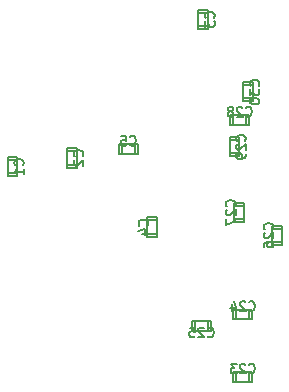
<source format=gbo>
G04 (created by PCBNEW (2013-may-18)-stable) date Wed 21 Oct 2015 08:45:46 PM EDT*
%MOIN*%
G04 Gerber Fmt 3.4, Leading zero omitted, Abs format*
%FSLAX34Y34*%
G01*
G70*
G90*
G04 APERTURE LIST*
%ADD10C,0.00590551*%
%ADD11C,0.005*%
%ADD12C,0.006*%
G04 APERTURE END LIST*
G54D10*
G54D11*
X53048Y-45665D02*
X53368Y-45665D01*
X53358Y-46105D02*
X53048Y-46105D01*
X53368Y-46205D02*
X53368Y-45565D01*
X53368Y-45565D02*
X53048Y-45565D01*
X53048Y-45565D02*
X53048Y-46205D01*
X53048Y-46205D02*
X53368Y-46205D01*
X52005Y-41413D02*
X52325Y-41413D01*
X52315Y-41853D02*
X52005Y-41853D01*
X52325Y-41953D02*
X52325Y-41313D01*
X52325Y-41313D02*
X52005Y-41313D01*
X52005Y-41313D02*
X52005Y-41953D01*
X52005Y-41953D02*
X52325Y-41953D01*
X49445Y-46124D02*
X49445Y-45804D01*
X49885Y-45814D02*
X49885Y-46124D01*
X49985Y-45804D02*
X49345Y-45804D01*
X49345Y-45804D02*
X49345Y-46124D01*
X49345Y-46124D02*
X49985Y-46124D01*
X49985Y-46124D02*
X49985Y-45804D01*
X50612Y-48782D02*
X50292Y-48782D01*
X50302Y-48342D02*
X50612Y-48342D01*
X50292Y-48242D02*
X50292Y-48882D01*
X50292Y-48882D02*
X50612Y-48882D01*
X50612Y-48882D02*
X50612Y-48242D01*
X50612Y-48242D02*
X50292Y-48242D01*
X45647Y-46335D02*
X45967Y-46335D01*
X45957Y-46775D02*
X45647Y-46775D01*
X45967Y-46875D02*
X45967Y-46235D01*
X45967Y-46235D02*
X45647Y-46235D01*
X45647Y-46235D02*
X45647Y-46875D01*
X45647Y-46875D02*
X45967Y-46875D01*
X47635Y-46039D02*
X47955Y-46039D01*
X47945Y-46479D02*
X47635Y-46479D01*
X47955Y-46579D02*
X47955Y-45939D01*
X47955Y-45939D02*
X47635Y-45939D01*
X47635Y-45939D02*
X47635Y-46579D01*
X47635Y-46579D02*
X47955Y-46579D01*
X53501Y-43835D02*
X53821Y-43835D01*
X53811Y-44275D02*
X53501Y-44275D01*
X53821Y-44375D02*
X53821Y-43735D01*
X53821Y-43735D02*
X53501Y-43735D01*
X53501Y-43735D02*
X53501Y-44375D01*
X53501Y-44375D02*
X53821Y-44375D01*
X54785Y-49058D02*
X54465Y-49058D01*
X54475Y-48618D02*
X54785Y-48618D01*
X54465Y-48518D02*
X54465Y-49158D01*
X54465Y-49158D02*
X54785Y-49158D01*
X54785Y-49158D02*
X54785Y-48518D01*
X54785Y-48518D02*
X54465Y-48518D01*
X53526Y-48290D02*
X53206Y-48290D01*
X53216Y-47850D02*
X53526Y-47850D01*
X53206Y-47750D02*
X53206Y-48390D01*
X53206Y-48390D02*
X53526Y-48390D01*
X53526Y-48390D02*
X53526Y-47750D01*
X53526Y-47750D02*
X53206Y-47750D01*
X53165Y-45160D02*
X53165Y-44840D01*
X53605Y-44850D02*
X53605Y-45160D01*
X53705Y-44840D02*
X53065Y-44840D01*
X53065Y-44840D02*
X53065Y-45160D01*
X53065Y-45160D02*
X53705Y-45160D01*
X53705Y-45160D02*
X53705Y-44840D01*
X53264Y-51636D02*
X53264Y-51316D01*
X53704Y-51326D02*
X53704Y-51636D01*
X53804Y-51316D02*
X53164Y-51316D01*
X53164Y-51316D02*
X53164Y-51636D01*
X53164Y-51636D02*
X53804Y-51636D01*
X53804Y-51636D02*
X53804Y-51316D01*
X53264Y-53722D02*
X53264Y-53402D01*
X53704Y-53412D02*
X53704Y-53722D01*
X53804Y-53402D02*
X53164Y-53402D01*
X53164Y-53402D02*
X53164Y-53722D01*
X53164Y-53722D02*
X53804Y-53722D01*
X53804Y-53722D02*
X53804Y-53402D01*
X52326Y-51690D02*
X52326Y-52010D01*
X51886Y-52000D02*
X51886Y-51690D01*
X51786Y-52010D02*
X52426Y-52010D01*
X52426Y-52010D02*
X52426Y-51690D01*
X52426Y-51690D02*
X51786Y-51690D01*
X51786Y-51690D02*
X51786Y-52010D01*
G54D12*
X53557Y-45680D02*
X53572Y-45664D01*
X53588Y-45619D01*
X53588Y-45588D01*
X53572Y-45543D01*
X53542Y-45512D01*
X53511Y-45497D01*
X53451Y-45482D01*
X53405Y-45482D01*
X53344Y-45497D01*
X53313Y-45512D01*
X53283Y-45543D01*
X53268Y-45588D01*
X53268Y-45619D01*
X53283Y-45664D01*
X53298Y-45680D01*
X53298Y-45802D02*
X53283Y-45817D01*
X53268Y-45847D01*
X53268Y-45923D01*
X53283Y-45954D01*
X53298Y-45969D01*
X53329Y-45984D01*
X53359Y-45984D01*
X53405Y-45969D01*
X53588Y-45786D01*
X53588Y-45984D01*
X53588Y-46137D02*
X53588Y-46198D01*
X53572Y-46228D01*
X53557Y-46243D01*
X53511Y-46274D01*
X53451Y-46289D01*
X53329Y-46289D01*
X53298Y-46274D01*
X53283Y-46258D01*
X53268Y-46228D01*
X53268Y-46167D01*
X53283Y-46137D01*
X53298Y-46121D01*
X53329Y-46106D01*
X53405Y-46106D01*
X53435Y-46121D01*
X53451Y-46137D01*
X53466Y-46167D01*
X53466Y-46228D01*
X53451Y-46258D01*
X53435Y-46274D01*
X53405Y-46289D01*
X52514Y-41580D02*
X52529Y-41565D01*
X52544Y-41519D01*
X52544Y-41489D01*
X52529Y-41443D01*
X52499Y-41413D01*
X52468Y-41397D01*
X52407Y-41382D01*
X52362Y-41382D01*
X52301Y-41397D01*
X52270Y-41413D01*
X52240Y-41443D01*
X52224Y-41489D01*
X52224Y-41519D01*
X52240Y-41565D01*
X52255Y-41580D01*
X52224Y-41687D02*
X52224Y-41885D01*
X52346Y-41778D01*
X52346Y-41824D01*
X52362Y-41854D01*
X52377Y-41869D01*
X52407Y-41885D01*
X52483Y-41885D01*
X52514Y-41869D01*
X52529Y-41854D01*
X52544Y-41824D01*
X52544Y-41732D01*
X52529Y-41702D01*
X52514Y-41687D01*
X49718Y-45813D02*
X49733Y-45828D01*
X49779Y-45844D01*
X49810Y-45844D01*
X49855Y-45828D01*
X49886Y-45798D01*
X49901Y-45767D01*
X49916Y-45706D01*
X49916Y-45661D01*
X49901Y-45600D01*
X49886Y-45569D01*
X49855Y-45539D01*
X49810Y-45524D01*
X49779Y-45524D01*
X49733Y-45539D01*
X49718Y-45554D01*
X49429Y-45524D02*
X49581Y-45524D01*
X49596Y-45676D01*
X49581Y-45661D01*
X49551Y-45646D01*
X49474Y-45646D01*
X49444Y-45661D01*
X49429Y-45676D01*
X49414Y-45706D01*
X49414Y-45783D01*
X49429Y-45813D01*
X49444Y-45828D01*
X49474Y-45844D01*
X49551Y-45844D01*
X49581Y-45828D01*
X49596Y-45813D01*
X50301Y-48509D02*
X50316Y-48494D01*
X50332Y-48448D01*
X50332Y-48418D01*
X50316Y-48372D01*
X50286Y-48342D01*
X50256Y-48326D01*
X50195Y-48311D01*
X50149Y-48311D01*
X50088Y-48326D01*
X50058Y-48342D01*
X50027Y-48372D01*
X50012Y-48418D01*
X50012Y-48448D01*
X50027Y-48494D01*
X50042Y-48509D01*
X50118Y-48783D02*
X50332Y-48783D01*
X49997Y-48707D02*
X50225Y-48631D01*
X50225Y-48829D01*
X46156Y-46501D02*
X46171Y-46486D01*
X46186Y-46440D01*
X46186Y-46410D01*
X46171Y-46364D01*
X46140Y-46334D01*
X46110Y-46319D01*
X46049Y-46303D01*
X46003Y-46303D01*
X45942Y-46319D01*
X45912Y-46334D01*
X45881Y-46364D01*
X45866Y-46410D01*
X45866Y-46440D01*
X45881Y-46486D01*
X45897Y-46501D01*
X46186Y-46806D02*
X46186Y-46623D01*
X46186Y-46715D02*
X45866Y-46715D01*
X45912Y-46684D01*
X45942Y-46654D01*
X45958Y-46623D01*
X48144Y-46206D02*
X48159Y-46191D01*
X48174Y-46145D01*
X48174Y-46115D01*
X48159Y-46069D01*
X48129Y-46038D01*
X48098Y-46023D01*
X48037Y-46008D01*
X47991Y-46008D01*
X47931Y-46023D01*
X47900Y-46038D01*
X47870Y-46069D01*
X47854Y-46115D01*
X47854Y-46145D01*
X47870Y-46191D01*
X47885Y-46206D01*
X47885Y-46328D02*
X47870Y-46343D01*
X47854Y-46374D01*
X47854Y-46450D01*
X47870Y-46480D01*
X47885Y-46495D01*
X47915Y-46511D01*
X47946Y-46511D01*
X47991Y-46495D01*
X48174Y-46313D01*
X48174Y-46511D01*
X54010Y-43849D02*
X54025Y-43834D01*
X54040Y-43788D01*
X54040Y-43758D01*
X54025Y-43712D01*
X53995Y-43681D01*
X53964Y-43666D01*
X53903Y-43651D01*
X53858Y-43651D01*
X53797Y-43666D01*
X53766Y-43681D01*
X53736Y-43712D01*
X53721Y-43758D01*
X53721Y-43788D01*
X53736Y-43834D01*
X53751Y-43849D01*
X53721Y-43956D02*
X53721Y-44154D01*
X53842Y-44047D01*
X53842Y-44093D01*
X53858Y-44123D01*
X53873Y-44138D01*
X53903Y-44154D01*
X53979Y-44154D01*
X54010Y-44138D01*
X54025Y-44123D01*
X54040Y-44093D01*
X54040Y-44001D01*
X54025Y-43971D01*
X54010Y-43956D01*
X53721Y-44352D02*
X53721Y-44382D01*
X53736Y-44413D01*
X53751Y-44428D01*
X53781Y-44443D01*
X53842Y-44458D01*
X53919Y-44458D01*
X53979Y-44443D01*
X54010Y-44428D01*
X54025Y-44413D01*
X54040Y-44382D01*
X54040Y-44352D01*
X54025Y-44321D01*
X54010Y-44306D01*
X53979Y-44291D01*
X53919Y-44275D01*
X53842Y-44275D01*
X53781Y-44291D01*
X53751Y-44306D01*
X53736Y-44321D01*
X53721Y-44352D01*
X54474Y-48632D02*
X54490Y-48617D01*
X54505Y-48572D01*
X54505Y-48541D01*
X54490Y-48495D01*
X54459Y-48465D01*
X54429Y-48450D01*
X54368Y-48434D01*
X54322Y-48434D01*
X54261Y-48450D01*
X54231Y-48465D01*
X54200Y-48495D01*
X54185Y-48541D01*
X54185Y-48572D01*
X54200Y-48617D01*
X54216Y-48632D01*
X54216Y-48754D02*
X54200Y-48770D01*
X54185Y-48800D01*
X54185Y-48876D01*
X54200Y-48907D01*
X54216Y-48922D01*
X54246Y-48937D01*
X54276Y-48937D01*
X54322Y-48922D01*
X54505Y-48739D01*
X54505Y-48937D01*
X54185Y-49211D02*
X54185Y-49150D01*
X54200Y-49120D01*
X54216Y-49105D01*
X54261Y-49074D01*
X54322Y-49059D01*
X54444Y-49059D01*
X54474Y-49074D01*
X54490Y-49089D01*
X54505Y-49120D01*
X54505Y-49181D01*
X54490Y-49211D01*
X54474Y-49226D01*
X54444Y-49242D01*
X54368Y-49242D01*
X54337Y-49226D01*
X54322Y-49211D01*
X54307Y-49181D01*
X54307Y-49120D01*
X54322Y-49089D01*
X54337Y-49074D01*
X54368Y-49059D01*
X53215Y-47865D02*
X53230Y-47850D01*
X53245Y-47804D01*
X53245Y-47773D01*
X53230Y-47728D01*
X53199Y-47697D01*
X53169Y-47682D01*
X53108Y-47667D01*
X53062Y-47667D01*
X53001Y-47682D01*
X52971Y-47697D01*
X52940Y-47728D01*
X52925Y-47773D01*
X52925Y-47804D01*
X52940Y-47850D01*
X52956Y-47865D01*
X52956Y-47987D02*
X52940Y-48002D01*
X52925Y-48032D01*
X52925Y-48108D01*
X52940Y-48139D01*
X52956Y-48154D01*
X52986Y-48169D01*
X53017Y-48169D01*
X53062Y-48154D01*
X53245Y-47971D01*
X53245Y-48169D01*
X52925Y-48276D02*
X52925Y-48489D01*
X53245Y-48352D01*
X53591Y-44848D02*
X53606Y-44864D01*
X53652Y-44879D01*
X53682Y-44879D01*
X53728Y-44864D01*
X53758Y-44833D01*
X53774Y-44803D01*
X53789Y-44742D01*
X53789Y-44696D01*
X53774Y-44635D01*
X53758Y-44605D01*
X53728Y-44574D01*
X53682Y-44559D01*
X53652Y-44559D01*
X53606Y-44574D01*
X53591Y-44590D01*
X53469Y-44590D02*
X53454Y-44574D01*
X53423Y-44559D01*
X53347Y-44559D01*
X53317Y-44574D01*
X53302Y-44590D01*
X53286Y-44620D01*
X53286Y-44651D01*
X53302Y-44696D01*
X53484Y-44879D01*
X53286Y-44879D01*
X53104Y-44696D02*
X53134Y-44681D01*
X53149Y-44666D01*
X53164Y-44635D01*
X53164Y-44620D01*
X53149Y-44590D01*
X53134Y-44574D01*
X53104Y-44559D01*
X53043Y-44559D01*
X53012Y-44574D01*
X52997Y-44590D01*
X52982Y-44620D01*
X52982Y-44635D01*
X52997Y-44666D01*
X53012Y-44681D01*
X53043Y-44696D01*
X53104Y-44696D01*
X53134Y-44711D01*
X53149Y-44727D01*
X53164Y-44757D01*
X53164Y-44818D01*
X53149Y-44848D01*
X53134Y-44864D01*
X53104Y-44879D01*
X53043Y-44879D01*
X53012Y-44864D01*
X52997Y-44848D01*
X52982Y-44818D01*
X52982Y-44757D01*
X52997Y-44727D01*
X53012Y-44711D01*
X53043Y-44696D01*
X53689Y-51325D02*
X53705Y-51340D01*
X53750Y-51355D01*
X53781Y-51355D01*
X53826Y-51340D01*
X53857Y-51310D01*
X53872Y-51279D01*
X53887Y-51218D01*
X53887Y-51173D01*
X53872Y-51112D01*
X53857Y-51081D01*
X53826Y-51051D01*
X53781Y-51035D01*
X53750Y-51035D01*
X53705Y-51051D01*
X53689Y-51066D01*
X53568Y-51066D02*
X53552Y-51051D01*
X53522Y-51035D01*
X53446Y-51035D01*
X53415Y-51051D01*
X53400Y-51066D01*
X53385Y-51096D01*
X53385Y-51127D01*
X53400Y-51173D01*
X53583Y-51355D01*
X53385Y-51355D01*
X53111Y-51142D02*
X53111Y-51355D01*
X53187Y-51020D02*
X53263Y-51249D01*
X53065Y-51249D01*
X53689Y-53411D02*
X53705Y-53427D01*
X53750Y-53442D01*
X53781Y-53442D01*
X53826Y-53427D01*
X53857Y-53396D01*
X53872Y-53366D01*
X53887Y-53305D01*
X53887Y-53259D01*
X53872Y-53198D01*
X53857Y-53168D01*
X53826Y-53137D01*
X53781Y-53122D01*
X53750Y-53122D01*
X53705Y-53137D01*
X53689Y-53153D01*
X53568Y-53153D02*
X53552Y-53137D01*
X53522Y-53122D01*
X53446Y-53122D01*
X53415Y-53137D01*
X53400Y-53153D01*
X53385Y-53183D01*
X53385Y-53213D01*
X53400Y-53259D01*
X53583Y-53442D01*
X53385Y-53442D01*
X53278Y-53122D02*
X53080Y-53122D01*
X53187Y-53244D01*
X53141Y-53244D01*
X53111Y-53259D01*
X53095Y-53274D01*
X53080Y-53305D01*
X53080Y-53381D01*
X53095Y-53411D01*
X53111Y-53427D01*
X53141Y-53442D01*
X53232Y-53442D01*
X53263Y-53427D01*
X53278Y-53411D01*
X52311Y-52199D02*
X52327Y-52214D01*
X52372Y-52229D01*
X52403Y-52229D01*
X52448Y-52214D01*
X52479Y-52184D01*
X52494Y-52153D01*
X52509Y-52092D01*
X52509Y-52047D01*
X52494Y-51986D01*
X52479Y-51955D01*
X52448Y-51925D01*
X52403Y-51910D01*
X52372Y-51910D01*
X52327Y-51925D01*
X52311Y-51940D01*
X52190Y-51940D02*
X52174Y-51925D01*
X52144Y-51910D01*
X52068Y-51910D01*
X52037Y-51925D01*
X52022Y-51940D01*
X52007Y-51970D01*
X52007Y-52001D01*
X52022Y-52047D01*
X52205Y-52229D01*
X52007Y-52229D01*
X51717Y-51910D02*
X51870Y-51910D01*
X51885Y-52062D01*
X51870Y-52047D01*
X51839Y-52031D01*
X51763Y-52031D01*
X51733Y-52047D01*
X51717Y-52062D01*
X51702Y-52092D01*
X51702Y-52168D01*
X51717Y-52199D01*
X51733Y-52214D01*
X51763Y-52229D01*
X51839Y-52229D01*
X51870Y-52214D01*
X51885Y-52199D01*
M02*

</source>
